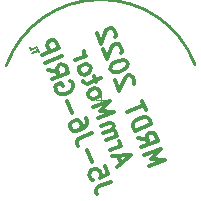
<source format=gbr>
%TF.GenerationSoftware,KiCad,Pcbnew,(5.1.9)-1*%
%TF.CreationDate,2022-03-15T16:17:15-05:00*%
%TF.ProjectId,ArmMotorPCB,41726d4d-6f74-46f7-9250-43422e6b6963,rev?*%
%TF.SameCoordinates,Original*%
%TF.FileFunction,Legend,Bot*%
%TF.FilePolarity,Positive*%
%FSLAX46Y46*%
G04 Gerber Fmt 4.6, Leading zero omitted, Abs format (unit mm)*
G04 Created by KiCad (PCBNEW (5.1.9)-1) date 2022-03-15 16:17:15*
%MOMM*%
%LPD*%
G01*
G04 APERTURE LIST*
%ADD10C,0.050800*%
%ADD11C,0.300000*%
%ADD12C,0.127000*%
%ADD13C,0.254000*%
G04 APERTURE END LIST*
D10*
X137795000Y-63119000D02*
X137795000Y-63500000D01*
X137795000Y-63500000D02*
X137414000Y-63500000D01*
X137795000Y-63881000D02*
X137795000Y-63500000D01*
X138176000Y-63500000D02*
X137795000Y-63500000D01*
D11*
X138665575Y-70407882D02*
X137668699Y-70800562D01*
X137495502Y-70945556D01*
X137414943Y-71130830D01*
X137427020Y-71356384D01*
X137479378Y-71489301D01*
X138142002Y-69078714D02*
X138403788Y-69743298D01*
X137765383Y-70071543D01*
X137805663Y-69978906D01*
X137819764Y-69819810D01*
X137688870Y-69487518D01*
X137570055Y-69380780D01*
X137477418Y-69340500D01*
X137318322Y-69326399D01*
X136986030Y-69457293D01*
X136879292Y-69576108D01*
X136839012Y-69668745D01*
X136824911Y-69827841D01*
X136955804Y-70160133D01*
X137074620Y-70266871D01*
X137167257Y-70307151D01*
X137016256Y-68754452D02*
X136597397Y-67691118D01*
X137042498Y-66287461D02*
X136045622Y-66680141D01*
X135872425Y-66825135D01*
X135791866Y-67010409D01*
X135803943Y-67235963D01*
X135856301Y-67368880D01*
X136545103Y-65024752D02*
X136649818Y-65290585D01*
X136635717Y-65449681D01*
X136595437Y-65542318D01*
X136448419Y-65753770D01*
X136208764Y-65924943D01*
X135677097Y-66134373D01*
X135518002Y-66120272D01*
X135425365Y-66079992D01*
X135306549Y-65973254D01*
X135201834Y-65707420D01*
X135215935Y-65548325D01*
X135256215Y-65455688D01*
X135362953Y-65336872D01*
X135695245Y-65205979D01*
X135854341Y-65220080D01*
X135946978Y-65260359D01*
X136065793Y-65367098D01*
X136170508Y-65632931D01*
X136156407Y-65792027D01*
X136116127Y-65884664D01*
X136009389Y-66003479D01*
X135393179Y-64634032D02*
X134974320Y-63570697D01*
X135222069Y-61860927D02*
X135340885Y-61967665D01*
X135419421Y-62167040D01*
X135431499Y-62392594D01*
X135350939Y-62577868D01*
X135244201Y-62696684D01*
X135004546Y-62867857D01*
X134805171Y-62946393D01*
X134513159Y-62984649D01*
X134354063Y-62970548D01*
X134168789Y-62889989D01*
X134023795Y-62716792D01*
X133971437Y-62583875D01*
X133959360Y-62358322D01*
X133999640Y-62265685D01*
X134464848Y-62082434D01*
X134569563Y-62348268D01*
X133316971Y-60922416D02*
X134164805Y-61125838D01*
X133631115Y-61719916D02*
X135026741Y-61170164D01*
X134817312Y-60638497D01*
X134698496Y-60531759D01*
X134605859Y-60491479D01*
X134446764Y-60477378D01*
X134247388Y-60555914D01*
X134140650Y-60674730D01*
X134100371Y-60767367D01*
X134086269Y-60926463D01*
X134295699Y-61458130D01*
X133081363Y-60324290D02*
X134476989Y-59774538D01*
X132819576Y-59659706D02*
X134215203Y-59109954D01*
X134005773Y-58578287D01*
X133886958Y-58471549D01*
X133794321Y-58431269D01*
X133635225Y-58417168D01*
X133435850Y-58495704D01*
X133329112Y-58614520D01*
X133288832Y-58707157D01*
X133274731Y-58866252D01*
X133484160Y-59397919D01*
D12*
X132530887Y-59469897D02*
X132424497Y-59199810D01*
X132005040Y-59521037D02*
X132477692Y-59334854D01*
X131801126Y-59003370D02*
X131889784Y-59228442D01*
X132362437Y-59042260D01*
D11*
X141861150Y-69085159D02*
X143256776Y-68535407D01*
X142076650Y-68462878D01*
X142890275Y-67604990D01*
X141494649Y-68154742D01*
X140918718Y-66692657D02*
X141766553Y-66896079D01*
X141232862Y-67490158D02*
X142628489Y-66940406D01*
X142419059Y-66408739D01*
X142300244Y-66302000D01*
X142207607Y-66261721D01*
X142048511Y-66247620D01*
X141849136Y-66326156D01*
X141742398Y-66444971D01*
X141702118Y-66537608D01*
X141688017Y-66696704D01*
X141897446Y-67228371D01*
X140683110Y-66094531D02*
X142078737Y-65544779D01*
X141947843Y-65212487D01*
X141802849Y-65039291D01*
X141617575Y-64958731D01*
X141458480Y-64944630D01*
X141166467Y-64982887D01*
X140967092Y-65061423D01*
X140727437Y-65232596D01*
X140620699Y-65351411D01*
X140540140Y-65536685D01*
X140552217Y-65762239D01*
X140683110Y-66094531D01*
X141607521Y-64348528D02*
X141293377Y-63551028D01*
X140054823Y-64499530D02*
X141450449Y-63949778D01*
X140584530Y-62141300D02*
X140624809Y-62048663D01*
X140638911Y-61889568D01*
X140508017Y-61557276D01*
X140389202Y-61450537D01*
X140296564Y-61410258D01*
X140137469Y-61396157D01*
X140004552Y-61448514D01*
X139831356Y-61593508D01*
X139347999Y-62705153D01*
X139007676Y-61841194D01*
X140062980Y-60427483D02*
X140010623Y-60294566D01*
X139891807Y-60187828D01*
X139799170Y-60147548D01*
X139640074Y-60133447D01*
X139348062Y-60171703D01*
X139015770Y-60302597D01*
X138776115Y-60473770D01*
X138669377Y-60592585D01*
X138629097Y-60685222D01*
X138614996Y-60844318D01*
X138667354Y-60977235D01*
X138786169Y-61083973D01*
X138878806Y-61124253D01*
X139037902Y-61138354D01*
X139329914Y-61100097D01*
X139662206Y-60969204D01*
X139901861Y-60798031D01*
X140008599Y-60679215D01*
X140048879Y-60586578D01*
X140062980Y-60427483D01*
X139537383Y-59482964D02*
X139577663Y-59390327D01*
X139591764Y-59231232D01*
X139460871Y-58898940D01*
X139342055Y-58792202D01*
X139249418Y-58751922D01*
X139090323Y-58737821D01*
X138957406Y-58790178D01*
X138784209Y-58935172D01*
X138300852Y-60046817D01*
X137960530Y-59182858D01*
X139013810Y-58153796D02*
X139054090Y-58061159D01*
X139068191Y-57902064D01*
X138937298Y-57569772D01*
X138818482Y-57463034D01*
X138725845Y-57422754D01*
X138566749Y-57408653D01*
X138433833Y-57461010D01*
X138260636Y-57606004D01*
X137777279Y-58717649D01*
X137436957Y-57853690D01*
X139494656Y-68865789D02*
X139232869Y-68201205D01*
X139148263Y-69155778D02*
X140360638Y-68140817D01*
X138781761Y-68225360D01*
X138598511Y-67760152D02*
X139528928Y-67393650D01*
X139263095Y-67498365D02*
X139369833Y-67379549D01*
X139410113Y-67286912D01*
X139424214Y-67127817D01*
X139371856Y-66994900D01*
X138258188Y-66896192D02*
X139188606Y-66529691D01*
X139055689Y-66582049D02*
X139095969Y-66489412D01*
X139110070Y-66330316D01*
X139031534Y-66130941D01*
X138912718Y-66024203D01*
X138753623Y-66010102D01*
X138022580Y-66298067D01*
X138753623Y-66010102D02*
X138860361Y-65891286D01*
X138874462Y-65732190D01*
X138795926Y-65532815D01*
X138677110Y-65426077D01*
X138518015Y-65411976D01*
X137786972Y-65699941D01*
X137525186Y-65035357D02*
X138920812Y-64485606D01*
X137740685Y-64413077D01*
X138554311Y-63555188D01*
X137158684Y-64104940D01*
X136818362Y-63240981D02*
X136937178Y-63347719D01*
X137029815Y-63387998D01*
X137188910Y-63402100D01*
X137587660Y-63245028D01*
X137694399Y-63126212D01*
X137734678Y-63033575D01*
X137748779Y-62874479D01*
X137670243Y-62675104D01*
X137551428Y-62568366D01*
X137458791Y-62528086D01*
X137299695Y-62513985D01*
X136900945Y-62671057D01*
X136794207Y-62789873D01*
X136753927Y-62882510D01*
X136739826Y-63041605D01*
X136818362Y-63240981D01*
X137408457Y-62010520D02*
X137199028Y-61478853D01*
X137795130Y-61627894D02*
X136598879Y-62099110D01*
X136439783Y-62085009D01*
X136320967Y-61978271D01*
X136268610Y-61845354D01*
X136006823Y-61180770D02*
X136125639Y-61287508D01*
X136218276Y-61327788D01*
X136377372Y-61341889D01*
X136776122Y-61184817D01*
X136882860Y-61066002D01*
X136923140Y-60973365D01*
X136937241Y-60814269D01*
X136858705Y-60614894D01*
X136739889Y-60508156D01*
X136647252Y-60467876D01*
X136488157Y-60453775D01*
X136089406Y-60610847D01*
X135982668Y-60729663D01*
X135942389Y-60822300D01*
X135928287Y-60981395D01*
X136006823Y-61180770D01*
X135587965Y-60117436D02*
X136518382Y-59750935D01*
X136252549Y-59855649D02*
X136359287Y-59736834D01*
X136399567Y-59644197D01*
X136413668Y-59485101D01*
X136361310Y-59352184D01*
D13*
X145754522Y-60467801D02*
G75*
G03*
X129794001Y-60579001I-7959522J-3032199D01*
G01*
M02*

</source>
